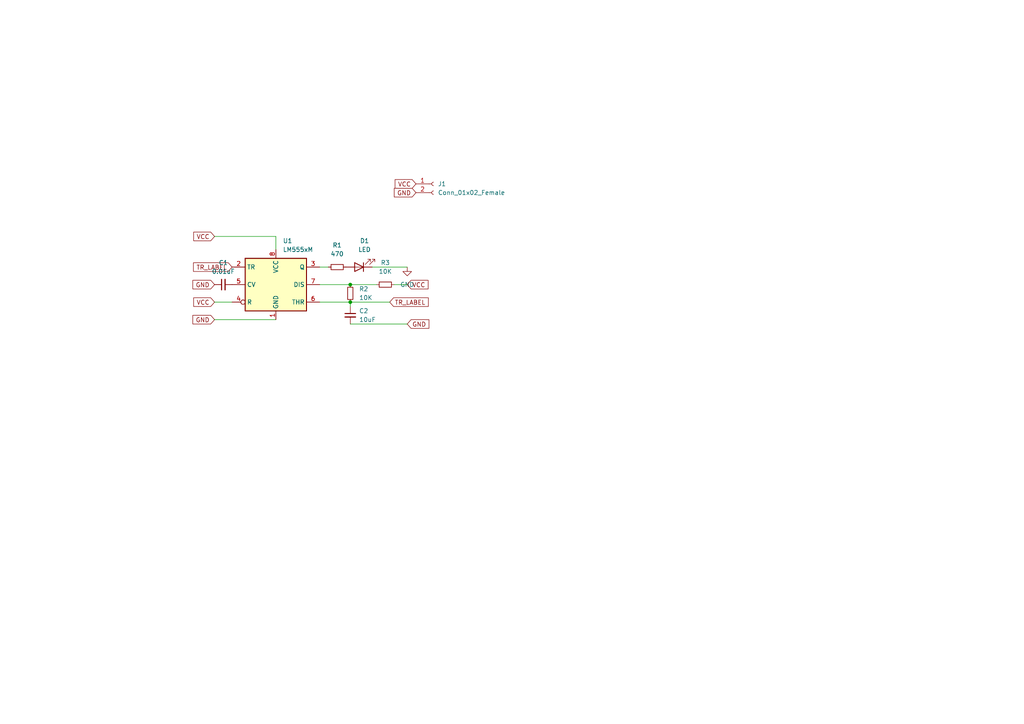
<source format=kicad_sch>
(kicad_sch (version 20211123) (generator eeschema)

  (uuid e63e39d7-6ac0-4ffd-8aa3-1841a4541b55)

  (paper "A4")

  (lib_symbols
    (symbol "Connector:Conn_01x02_Female" (pin_names (offset 1.016) hide) (in_bom yes) (on_board yes)
      (property "Reference" "J" (id 0) (at 0 2.54 0)
        (effects (font (size 1.27 1.27)))
      )
      (property "Value" "Conn_01x02_Female" (id 1) (at 0 -5.08 0)
        (effects (font (size 1.27 1.27)))
      )
      (property "Footprint" "" (id 2) (at 0 0 0)
        (effects (font (size 1.27 1.27)) hide)
      )
      (property "Datasheet" "~" (id 3) (at 0 0 0)
        (effects (font (size 1.27 1.27)) hide)
      )
      (property "ki_keywords" "connector" (id 4) (at 0 0 0)
        (effects (font (size 1.27 1.27)) hide)
      )
      (property "ki_description" "Generic connector, single row, 01x02, script generated (kicad-library-utils/schlib/autogen/connector/)" (id 5) (at 0 0 0)
        (effects (font (size 1.27 1.27)) hide)
      )
      (property "ki_fp_filters" "Connector*:*_1x??_*" (id 6) (at 0 0 0)
        (effects (font (size 1.27 1.27)) hide)
      )
      (symbol "Conn_01x02_Female_1_1"
        (arc (start 0 -2.032) (mid -0.508 -2.54) (end 0 -3.048)
          (stroke (width 0.1524) (type default) (color 0 0 0 0))
          (fill (type none))
        )
        (polyline
          (pts
            (xy -1.27 -2.54)
            (xy -0.508 -2.54)
          )
          (stroke (width 0.1524) (type default) (color 0 0 0 0))
          (fill (type none))
        )
        (polyline
          (pts
            (xy -1.27 0)
            (xy -0.508 0)
          )
          (stroke (width 0.1524) (type default) (color 0 0 0 0))
          (fill (type none))
        )
        (arc (start 0 0.508) (mid -0.508 0) (end 0 -0.508)
          (stroke (width 0.1524) (type default) (color 0 0 0 0))
          (fill (type none))
        )
        (pin passive line (at -5.08 0 0) (length 3.81)
          (name "Pin_1" (effects (font (size 1.27 1.27))))
          (number "1" (effects (font (size 1.27 1.27))))
        )
        (pin passive line (at -5.08 -2.54 0) (length 3.81)
          (name "Pin_2" (effects (font (size 1.27 1.27))))
          (number "2" (effects (font (size 1.27 1.27))))
        )
      )
    )
    (symbol "Device:C_Small" (pin_numbers hide) (pin_names (offset 0.254) hide) (in_bom yes) (on_board yes)
      (property "Reference" "C" (id 0) (at 0.254 1.778 0)
        (effects (font (size 1.27 1.27)) (justify left))
      )
      (property "Value" "C_Small" (id 1) (at 0.254 -2.032 0)
        (effects (font (size 1.27 1.27)) (justify left))
      )
      (property "Footprint" "" (id 2) (at 0 0 0)
        (effects (font (size 1.27 1.27)) hide)
      )
      (property "Datasheet" "~" (id 3) (at 0 0 0)
        (effects (font (size 1.27 1.27)) hide)
      )
      (property "ki_keywords" "capacitor cap" (id 4) (at 0 0 0)
        (effects (font (size 1.27 1.27)) hide)
      )
      (property "ki_description" "Unpolarized capacitor, small symbol" (id 5) (at 0 0 0)
        (effects (font (size 1.27 1.27)) hide)
      )
      (property "ki_fp_filters" "C_*" (id 6) (at 0 0 0)
        (effects (font (size 1.27 1.27)) hide)
      )
      (symbol "C_Small_0_1"
        (polyline
          (pts
            (xy -1.524 -0.508)
            (xy 1.524 -0.508)
          )
          (stroke (width 0.3302) (type default) (color 0 0 0 0))
          (fill (type none))
        )
        (polyline
          (pts
            (xy -1.524 0.508)
            (xy 1.524 0.508)
          )
          (stroke (width 0.3048) (type default) (color 0 0 0 0))
          (fill (type none))
        )
      )
      (symbol "C_Small_1_1"
        (pin passive line (at 0 2.54 270) (length 2.032)
          (name "~" (effects (font (size 1.27 1.27))))
          (number "1" (effects (font (size 1.27 1.27))))
        )
        (pin passive line (at 0 -2.54 90) (length 2.032)
          (name "~" (effects (font (size 1.27 1.27))))
          (number "2" (effects (font (size 1.27 1.27))))
        )
      )
    )
    (symbol "Device:LED" (pin_numbers hide) (pin_names (offset 1.016) hide) (in_bom yes) (on_board yes)
      (property "Reference" "D" (id 0) (at 0 2.54 0)
        (effects (font (size 1.27 1.27)))
      )
      (property "Value" "LED" (id 1) (at 0 -2.54 0)
        (effects (font (size 1.27 1.27)))
      )
      (property "Footprint" "" (id 2) (at 0 0 0)
        (effects (font (size 1.27 1.27)) hide)
      )
      (property "Datasheet" "~" (id 3) (at 0 0 0)
        (effects (font (size 1.27 1.27)) hide)
      )
      (property "ki_keywords" "LED diode" (id 4) (at 0 0 0)
        (effects (font (size 1.27 1.27)) hide)
      )
      (property "ki_description" "Light emitting diode" (id 5) (at 0 0 0)
        (effects (font (size 1.27 1.27)) hide)
      )
      (property "ki_fp_filters" "LED* LED_SMD:* LED_THT:*" (id 6) (at 0 0 0)
        (effects (font (size 1.27 1.27)) hide)
      )
      (symbol "LED_0_1"
        (polyline
          (pts
            (xy -1.27 -1.27)
            (xy -1.27 1.27)
          )
          (stroke (width 0.254) (type default) (color 0 0 0 0))
          (fill (type none))
        )
        (polyline
          (pts
            (xy -1.27 0)
            (xy 1.27 0)
          )
          (stroke (width 0) (type default) (color 0 0 0 0))
          (fill (type none))
        )
        (polyline
          (pts
            (xy 1.27 -1.27)
            (xy 1.27 1.27)
            (xy -1.27 0)
            (xy 1.27 -1.27)
          )
          (stroke (width 0.254) (type default) (color 0 0 0 0))
          (fill (type none))
        )
        (polyline
          (pts
            (xy -3.048 -0.762)
            (xy -4.572 -2.286)
            (xy -3.81 -2.286)
            (xy -4.572 -2.286)
            (xy -4.572 -1.524)
          )
          (stroke (width 0) (type default) (color 0 0 0 0))
          (fill (type none))
        )
        (polyline
          (pts
            (xy -1.778 -0.762)
            (xy -3.302 -2.286)
            (xy -2.54 -2.286)
            (xy -3.302 -2.286)
            (xy -3.302 -1.524)
          )
          (stroke (width 0) (type default) (color 0 0 0 0))
          (fill (type none))
        )
      )
      (symbol "LED_1_1"
        (pin passive line (at -3.81 0 0) (length 2.54)
          (name "K" (effects (font (size 1.27 1.27))))
          (number "1" (effects (font (size 1.27 1.27))))
        )
        (pin passive line (at 3.81 0 180) (length 2.54)
          (name "A" (effects (font (size 1.27 1.27))))
          (number "2" (effects (font (size 1.27 1.27))))
        )
      )
    )
    (symbol "Device:R_Small" (pin_numbers hide) (pin_names (offset 0.254) hide) (in_bom yes) (on_board yes)
      (property "Reference" "R" (id 0) (at 0.762 0.508 0)
        (effects (font (size 1.27 1.27)) (justify left))
      )
      (property "Value" "R_Small" (id 1) (at 0.762 -1.016 0)
        (effects (font (size 1.27 1.27)) (justify left))
      )
      (property "Footprint" "" (id 2) (at 0 0 0)
        (effects (font (size 1.27 1.27)) hide)
      )
      (property "Datasheet" "~" (id 3) (at 0 0 0)
        (effects (font (size 1.27 1.27)) hide)
      )
      (property "ki_keywords" "R resistor" (id 4) (at 0 0 0)
        (effects (font (size 1.27 1.27)) hide)
      )
      (property "ki_description" "Resistor, small symbol" (id 5) (at 0 0 0)
        (effects (font (size 1.27 1.27)) hide)
      )
      (property "ki_fp_filters" "R_*" (id 6) (at 0 0 0)
        (effects (font (size 1.27 1.27)) hide)
      )
      (symbol "R_Small_0_1"
        (rectangle (start -0.762 1.778) (end 0.762 -1.778)
          (stroke (width 0.2032) (type default) (color 0 0 0 0))
          (fill (type none))
        )
      )
      (symbol "R_Small_1_1"
        (pin passive line (at 0 2.54 270) (length 0.762)
          (name "~" (effects (font (size 1.27 1.27))))
          (number "1" (effects (font (size 1.27 1.27))))
        )
        (pin passive line (at 0 -2.54 90) (length 0.762)
          (name "~" (effects (font (size 1.27 1.27))))
          (number "2" (effects (font (size 1.27 1.27))))
        )
      )
    )
    (symbol "Timer:LM555xM" (in_bom yes) (on_board yes)
      (property "Reference" "U" (id 0) (at -10.16 8.89 0)
        (effects (font (size 1.27 1.27)) (justify left))
      )
      (property "Value" "LM555xM" (id 1) (at 2.54 8.89 0)
        (effects (font (size 1.27 1.27)) (justify left))
      )
      (property "Footprint" "Package_SO:SOIC-8_3.9x4.9mm_P1.27mm" (id 2) (at 21.59 -10.16 0)
        (effects (font (size 1.27 1.27)) hide)
      )
      (property "Datasheet" "http://www.ti.com/lit/ds/symlink/lm555.pdf" (id 3) (at 21.59 -10.16 0)
        (effects (font (size 1.27 1.27)) hide)
      )
      (property "ki_keywords" "single timer 555" (id 4) (at 0 0 0)
        (effects (font (size 1.27 1.27)) hide)
      )
      (property "ki_description" "Timer, 555 compatible, SOIC-8" (id 5) (at 0 0 0)
        (effects (font (size 1.27 1.27)) hide)
      )
      (property "ki_fp_filters" "SOIC*3.9x4.9mm*P1.27mm*" (id 6) (at 0 0 0)
        (effects (font (size 1.27 1.27)) hide)
      )
      (symbol "LM555xM_0_0"
        (pin power_in line (at 0 -10.16 90) (length 2.54)
          (name "GND" (effects (font (size 1.27 1.27))))
          (number "1" (effects (font (size 1.27 1.27))))
        )
        (pin power_in line (at 0 10.16 270) (length 2.54)
          (name "VCC" (effects (font (size 1.27 1.27))))
          (number "8" (effects (font (size 1.27 1.27))))
        )
      )
      (symbol "LM555xM_0_1"
        (rectangle (start -8.89 -7.62) (end 8.89 7.62)
          (stroke (width 0.254) (type default) (color 0 0 0 0))
          (fill (type background))
        )
        (rectangle (start -8.89 -7.62) (end 8.89 7.62)
          (stroke (width 0.254) (type default) (color 0 0 0 0))
          (fill (type background))
        )
      )
      (symbol "LM555xM_1_1"
        (pin input line (at -12.7 5.08 0) (length 3.81)
          (name "TR" (effects (font (size 1.27 1.27))))
          (number "2" (effects (font (size 1.27 1.27))))
        )
        (pin output line (at 12.7 5.08 180) (length 3.81)
          (name "Q" (effects (font (size 1.27 1.27))))
          (number "3" (effects (font (size 1.27 1.27))))
        )
        (pin input inverted (at -12.7 -5.08 0) (length 3.81)
          (name "R" (effects (font (size 1.27 1.27))))
          (number "4" (effects (font (size 1.27 1.27))))
        )
        (pin input line (at -12.7 0 0) (length 3.81)
          (name "CV" (effects (font (size 1.27 1.27))))
          (number "5" (effects (font (size 1.27 1.27))))
        )
        (pin input line (at 12.7 -5.08 180) (length 3.81)
          (name "THR" (effects (font (size 1.27 1.27))))
          (number "6" (effects (font (size 1.27 1.27))))
        )
        (pin input line (at 12.7 0 180) (length 3.81)
          (name "DIS" (effects (font (size 1.27 1.27))))
          (number "7" (effects (font (size 1.27 1.27))))
        )
      )
    )
    (symbol "power:GND" (power) (pin_names (offset 0)) (in_bom yes) (on_board yes)
      (property "Reference" "#PWR" (id 0) (at 0 -6.35 0)
        (effects (font (size 1.27 1.27)) hide)
      )
      (property "Value" "GND" (id 1) (at 0 -3.81 0)
        (effects (font (size 1.27 1.27)))
      )
      (property "Footprint" "" (id 2) (at 0 0 0)
        (effects (font (size 1.27 1.27)) hide)
      )
      (property "Datasheet" "" (id 3) (at 0 0 0)
        (effects (font (size 1.27 1.27)) hide)
      )
      (property "ki_keywords" "power-flag" (id 4) (at 0 0 0)
        (effects (font (size 1.27 1.27)) hide)
      )
      (property "ki_description" "Power symbol creates a global label with name \"GND\" , ground" (id 5) (at 0 0 0)
        (effects (font (size 1.27 1.27)) hide)
      )
      (symbol "GND_0_1"
        (polyline
          (pts
            (xy 0 0)
            (xy 0 -1.27)
            (xy 1.27 -1.27)
            (xy 0 -2.54)
            (xy -1.27 -1.27)
            (xy 0 -1.27)
          )
          (stroke (width 0) (type default) (color 0 0 0 0))
          (fill (type none))
        )
      )
      (symbol "GND_1_1"
        (pin power_in line (at 0 0 270) (length 0) hide
          (name "GND" (effects (font (size 1.27 1.27))))
          (number "1" (effects (font (size 1.27 1.27))))
        )
      )
    )
  )

  (junction (at 101.6 87.63) (diameter 0) (color 0 0 0 0)
    (uuid 9b617014-bc55-482a-ad35-bfe53d117d87)
  )
  (junction (at 101.6 82.55) (diameter 0) (color 0 0 0 0)
    (uuid b8351221-520c-45a9-a165-d15204e1cbac)
  )

  (wire (pts (xy 118.11 77.47) (xy 107.95 77.47))
    (stroke (width 0) (type default) (color 0 0 0 0))
    (uuid 064df87c-7dfc-4372-8859-b2017ff28ec9)
  )
  (wire (pts (xy 101.6 93.98) (xy 118.11 93.98))
    (stroke (width 0) (type default) (color 0 0 0 0))
    (uuid 0681f899-8567-4e0d-9dcb-c5871d3ddb1e)
  )
  (wire (pts (xy 101.6 87.63) (xy 101.6 88.9))
    (stroke (width 0) (type default) (color 0 0 0 0))
    (uuid 0f51b4bb-287f-4d18-9108-79cc421ad17e)
  )
  (wire (pts (xy 114.3 82.55) (xy 118.11 82.55))
    (stroke (width 0) (type default) (color 0 0 0 0))
    (uuid 16c9463e-9f1d-4395-b8ab-7f267b61583f)
  )
  (wire (pts (xy 92.71 87.63) (xy 101.6 87.63))
    (stroke (width 0) (type default) (color 0 0 0 0))
    (uuid 18037c1d-4a83-4de8-aabb-e04942610470)
  )
  (wire (pts (xy 80.01 92.71) (xy 62.23 92.71))
    (stroke (width 0) (type default) (color 0 0 0 0))
    (uuid 4b704ef1-fd5d-42ad-b064-02b7dfabe07a)
  )
  (wire (pts (xy 101.6 82.55) (xy 109.22 82.55))
    (stroke (width 0) (type default) (color 0 0 0 0))
    (uuid 5007e2f3-03a7-49d4-acdf-d7c75bfeb94f)
  )
  (wire (pts (xy 62.23 68.58) (xy 80.01 68.58))
    (stroke (width 0) (type default) (color 0 0 0 0))
    (uuid 5e67433d-fc31-405b-8a4c-04d0f1470ccf)
  )
  (wire (pts (xy 80.01 68.58) (xy 80.01 72.39))
    (stroke (width 0) (type default) (color 0 0 0 0))
    (uuid 832632eb-db76-4ff6-80b7-f6df4ade6208)
  )
  (wire (pts (xy 92.71 82.55) (xy 101.6 82.55))
    (stroke (width 0) (type default) (color 0 0 0 0))
    (uuid a4810410-b504-4c51-bcb1-420b8194d15e)
  )
  (wire (pts (xy 92.71 77.47) (xy 95.25 77.47))
    (stroke (width 0) (type default) (color 0 0 0 0))
    (uuid a519c67c-03f6-4472-9bdb-e475b85f9e25)
  )
  (wire (pts (xy 62.23 87.63) (xy 67.31 87.63))
    (stroke (width 0) (type default) (color 0 0 0 0))
    (uuid c8b7d562-c813-469f-b433-1d85281e4177)
  )
  (wire (pts (xy 101.6 87.63) (xy 113.03 87.63))
    (stroke (width 0) (type default) (color 0 0 0 0))
    (uuid f627c0c9-9551-4fde-bf0c-6729fc3da2ac)
  )

  (global_label "VCC" (shape input) (at 62.23 87.63 180) (fields_autoplaced)
    (effects (font (size 1.27 1.27)) (justify right))
    (uuid 168c99b0-e031-444f-846f-1c1f67deb275)
    (property "Intersheet References" "${INTERSHEET_REFS}" (id 0) (at 56.1883 87.5506 0)
      (effects (font (size 1.27 1.27)) (justify right) hide)
    )
  )
  (global_label "GND" (shape input) (at 118.11 93.98 0) (fields_autoplaced)
    (effects (font (size 1.27 1.27)) (justify left))
    (uuid 1c3ad2c4-3a3c-422f-a315-e7ec4ac5fef0)
    (property "Intersheet References" "${INTERSHEET_REFS}" (id 0) (at 124.3936 93.9006 0)
      (effects (font (size 1.27 1.27)) (justify left) hide)
    )
  )
  (global_label "GND" (shape input) (at 62.23 92.71 180) (fields_autoplaced)
    (effects (font (size 1.27 1.27)) (justify right))
    (uuid 1f2e3bb2-2111-4a63-8ef1-2fb3edc17ef1)
    (property "Intersheet References" "${INTERSHEET_REFS}" (id 0) (at 55.9464 92.7894 0)
      (effects (font (size 1.27 1.27)) (justify right) hide)
    )
  )
  (global_label "TR_LABEL" (shape input) (at 67.31 77.47 180) (fields_autoplaced)
    (effects (font (size 1.27 1.27)) (justify right))
    (uuid 2e2c3b86-f179-49dc-aa11-95627308a3bc)
    (property "Intersheet References" "${INTERSHEET_REFS}" (id 0) (at 56.1279 77.5494 0)
      (effects (font (size 1.27 1.27)) (justify right) hide)
    )
  )
  (global_label "GND" (shape input) (at 62.23 82.55 180) (fields_autoplaced)
    (effects (font (size 1.27 1.27)) (justify right))
    (uuid 3603ce7a-0f10-4abc-8359-dfe77c425e29)
    (property "Intersheet References" "${INTERSHEET_REFS}" (id 0) (at 55.9464 82.6294 0)
      (effects (font (size 1.27 1.27)) (justify right) hide)
    )
  )
  (global_label "VCC" (shape input) (at 62.23 68.58 180) (fields_autoplaced)
    (effects (font (size 1.27 1.27)) (justify right))
    (uuid 4edc8d72-6967-44e5-a2b6-20c80ebc75c2)
    (property "Intersheet References" "${INTERSHEET_REFS}" (id 0) (at 56.1883 68.5006 0)
      (effects (font (size 1.27 1.27)) (justify right) hide)
    )
  )
  (global_label "VCC" (shape input) (at 120.65 53.34 180) (fields_autoplaced)
    (effects (font (size 1.27 1.27)) (justify right))
    (uuid 8bf3a2a3-2ea5-460c-aebf-22c3e3cb1eb4)
    (property "Intersheet References" "${INTERSHEET_REFS}" (id 0) (at 114.6083 53.2606 0)
      (effects (font (size 1.27 1.27)) (justify right) hide)
    )
  )
  (global_label "TR_LABEL" (shape input) (at 113.03 87.63 0) (fields_autoplaced)
    (effects (font (size 1.27 1.27)) (justify left))
    (uuid 8c71d517-f584-4a82-84e2-947fab21d5da)
    (property "Intersheet References" "${INTERSHEET_REFS}" (id 0) (at 124.2121 87.5506 0)
      (effects (font (size 1.27 1.27)) (justify left) hide)
    )
  )
  (global_label "VCC" (shape input) (at 118.11 82.55 0) (fields_autoplaced)
    (effects (font (size 1.27 1.27)) (justify left))
    (uuid 8daad135-df7f-43fc-acfb-ff2c845475c1)
    (property "Intersheet References" "${INTERSHEET_REFS}" (id 0) (at 124.1517 82.6294 0)
      (effects (font (size 1.27 1.27)) (justify left) hide)
    )
  )
  (global_label "GND" (shape input) (at 120.65 55.88 180) (fields_autoplaced)
    (effects (font (size 1.27 1.27)) (justify right))
    (uuid 922de356-c4bd-42c2-890f-69db0a32d48c)
    (property "Intersheet References" "${INTERSHEET_REFS}" (id 0) (at 114.3664 55.9594 0)
      (effects (font (size 1.27 1.27)) (justify right) hide)
    )
  )

  (symbol (lib_id "power:GND") (at 118.11 77.47 0) (unit 1)
    (in_bom yes) (on_board yes) (fields_autoplaced)
    (uuid 00b7743a-cd31-4294-8821-40b142dc7665)
    (property "Reference" "#PWR01" (id 0) (at 118.11 83.82 0)
      (effects (font (size 1.27 1.27)) hide)
    )
    (property "Value" "GND" (id 1) (at 118.11 82.55 0))
    (property "Footprint" "" (id 2) (at 118.11 77.47 0)
      (effects (font (size 1.27 1.27)) hide)
    )
    (property "Datasheet" "" (id 3) (at 118.11 77.47 0)
      (effects (font (size 1.27 1.27)) hide)
    )
    (pin "1" (uuid 08c1e225-14c1-424b-8fcd-50f60b275d6e))
  )

  (symbol (lib_id "Connector:Conn_01x02_Female") (at 125.73 53.34 0) (unit 1)
    (in_bom yes) (on_board yes) (fields_autoplaced)
    (uuid 05c91ce0-e118-4506-bd8f-5156a9c3acea)
    (property "Reference" "J1" (id 0) (at 127 53.3399 0)
      (effects (font (size 1.27 1.27)) (justify left))
    )
    (property "Value" "Conn_01x02_Female" (id 1) (at 127 55.8799 0)
      (effects (font (size 1.27 1.27)) (justify left))
    )
    (property "Footprint" "Connector_PinHeader_1.00mm:PinHeader_1x02_P1.00mm_Horizontal" (id 2) (at 125.73 53.34 0)
      (effects (font (size 1.27 1.27)) hide)
    )
    (property "Datasheet" "~" (id 3) (at 125.73 53.34 0)
      (effects (font (size 1.27 1.27)) hide)
    )
    (pin "1" (uuid 8fb428a6-200e-4458-bbb0-e1fedcc501e5))
    (pin "2" (uuid 7e2dd1b7-aced-4bf5-bef7-dcc9931ca389))
  )

  (symbol (lib_id "Device:C_Small") (at 64.77 82.55 90) (unit 1)
    (in_bom yes) (on_board yes) (fields_autoplaced)
    (uuid 2bb8f17c-d2be-4db6-bf11-c49f866559c6)
    (property "Reference" "C1" (id 0) (at 64.7763 76.2 90))
    (property "Value" "0.01uF" (id 1) (at 64.7763 78.74 90))
    (property "Footprint" "Capacitor_SMD:C_0504_1310Metric_Pad0.83x1.28mm_HandSolder" (id 2) (at 64.77 82.55 0)
      (effects (font (size 1.27 1.27)) hide)
    )
    (property "Datasheet" "~" (id 3) (at 64.77 82.55 0)
      (effects (font (size 1.27 1.27)) hide)
    )
    (pin "1" (uuid 56725147-988d-4b03-961e-4054b84d565f))
    (pin "2" (uuid e13fef1c-a0ec-4ca3-8ec6-dfc4d3787a36))
  )

  (symbol (lib_id "Device:R_Small") (at 97.79 77.47 270) (unit 1)
    (in_bom yes) (on_board yes) (fields_autoplaced)
    (uuid 490817a9-8a3a-4dae-8218-68d4d944ab07)
    (property "Reference" "R1" (id 0) (at 97.79 71.12 90))
    (property "Value" "470" (id 1) (at 97.79 73.66 90))
    (property "Footprint" "Resistor_THT:R_Axial_DIN0204_L3.6mm_D1.6mm_P7.62mm_Horizontal" (id 2) (at 97.79 77.47 0)
      (effects (font (size 1.27 1.27)) hide)
    )
    (property "Datasheet" "~" (id 3) (at 97.79 77.47 0)
      (effects (font (size 1.27 1.27)) hide)
    )
    (pin "1" (uuid 6ae7de5c-eb75-42f4-ac7f-f9823a44b55a))
    (pin "2" (uuid ec198a9f-ebfb-4aaa-87ee-f575e57b7386))
  )

  (symbol (lib_id "Timer:LM555xM") (at 80.01 82.55 0) (unit 1)
    (in_bom yes) (on_board yes) (fields_autoplaced)
    (uuid 5487601b-81d3-4c70-8f3d-cf9df9c63302)
    (property "Reference" "U1" (id 0) (at 82.0294 69.85 0)
      (effects (font (size 1.27 1.27)) (justify left))
    )
    (property "Value" "LM555xM" (id 1) (at 82.0294 72.39 0)
      (effects (font (size 1.27 1.27)) (justify left))
    )
    (property "Footprint" "Package_SO:SOIC-8_3.9x4.9mm_P1.27mm" (id 2) (at 101.6 92.71 0)
      (effects (font (size 1.27 1.27)) hide)
    )
    (property "Datasheet" "http://www.ti.com/lit/ds/symlink/lm555.pdf" (id 3) (at 101.6 92.71 0)
      (effects (font (size 1.27 1.27)) hide)
    )
    (pin "1" (uuid 071522c0-d0ed-49b9-906e-6295f67fb0dc))
    (pin "8" (uuid 2846428d-39de-4eae-8ce2-64955d56c493))
    (pin "2" (uuid 4fa10683-33cd-4dcd-8acc-2415cd63c62a))
    (pin "3" (uuid 9cbf35b8-f4d3-42a3-bb16-04ffd03fd8fd))
    (pin "4" (uuid 8bc2c25a-a1f1-4ce8-b96a-a4f8f4c35079))
    (pin "5" (uuid b1ddb058-f7b2-429c-9489-f4e2242ad7e5))
    (pin "6" (uuid eee16674-2d21-45b6-ab5e-d669125df26c))
    (pin "7" (uuid f449bd37-cc90-4487-aee6-2a20b8d2843a))
  )

  (symbol (lib_id "Device:LED") (at 104.14 77.47 180) (unit 1)
    (in_bom yes) (on_board yes) (fields_autoplaced)
    (uuid 5732fe89-5269-4719-98b5-f2ef3f341659)
    (property "Reference" "D1" (id 0) (at 105.7275 69.85 0))
    (property "Value" "LED" (id 1) (at 105.7275 72.39 0))
    (property "Footprint" "LED_THT:LED_D1.8mm_W1.8mm_H2.4mm_Horizontal_O1.27mm_Z8.2mm" (id 2) (at 104.14 77.47 0)
      (effects (font (size 1.27 1.27)) hide)
    )
    (property "Datasheet" "~" (id 3) (at 104.14 77.47 0)
      (effects (font (size 1.27 1.27)) hide)
    )
    (pin "1" (uuid 3903491a-81fe-4388-bfed-3194999660b5))
    (pin "2" (uuid 8548e026-66af-4296-90e9-67eb8298e6f4))
  )

  (symbol (lib_id "Device:R_Small") (at 111.76 82.55 270) (unit 1)
    (in_bom yes) (on_board yes) (fields_autoplaced)
    (uuid 83dbcd9c-5eb8-4baa-9b24-14382c7bc431)
    (property "Reference" "R3" (id 0) (at 111.76 76.2 90))
    (property "Value" "10K" (id 1) (at 111.76 78.74 90))
    (property "Footprint" "Resistor_THT:R_Axial_DIN0204_L3.6mm_D1.6mm_P7.62mm_Horizontal" (id 2) (at 111.76 82.55 0)
      (effects (font (size 1.27 1.27)) hide)
    )
    (property "Datasheet" "~" (id 3) (at 111.76 82.55 0)
      (effects (font (size 1.27 1.27)) hide)
    )
    (pin "1" (uuid 8f140189-650d-4caa-b51b-f46c6ae70e94))
    (pin "2" (uuid 527ac992-6b07-4a8e-9572-287a7744848b))
  )

  (symbol (lib_id "Device:C_Small") (at 101.6 91.44 0) (unit 1)
    (in_bom yes) (on_board yes) (fields_autoplaced)
    (uuid cb316056-8909-486a-bf5b-649b06f9f1d8)
    (property "Reference" "C2" (id 0) (at 104.14 90.1762 0)
      (effects (font (size 1.27 1.27)) (justify left))
    )
    (property "Value" "10uF" (id 1) (at 104.14 92.7162 0)
      (effects (font (size 1.27 1.27)) (justify left))
    )
    (property "Footprint" "Capacitor_SMD:C_0504_1310Metric_Pad0.83x1.28mm_HandSolder" (id 2) (at 101.6 91.44 0)
      (effects (font (size 1.27 1.27)) hide)
    )
    (property "Datasheet" "~" (id 3) (at 101.6 91.44 0)
      (effects (font (size 1.27 1.27)) hide)
    )
    (pin "1" (uuid b9a867ad-70c3-403b-8dbc-e360f8d87bd9))
    (pin "2" (uuid e69c376f-0145-4dad-8d57-6f88c3b8a73e))
  )

  (symbol (lib_id "Device:R_Small") (at 101.6 85.09 0) (unit 1)
    (in_bom yes) (on_board yes) (fields_autoplaced)
    (uuid d8f7259d-0682-4c60-95f0-ad48cc844b79)
    (property "Reference" "R2" (id 0) (at 104.14 83.8199 0)
      (effects (font (size 1.27 1.27)) (justify left))
    )
    (property "Value" "10K" (id 1) (at 104.14 86.3599 0)
      (effects (font (size 1.27 1.27)) (justify left))
    )
    (property "Footprint" "Resistor_THT:R_Axial_DIN0204_L3.6mm_D1.6mm_P7.62mm_Horizontal" (id 2) (at 101.6 85.09 0)
      (effects (font (size 1.27 1.27)) hide)
    )
    (property "Datasheet" "~" (id 3) (at 101.6 85.09 0)
      (effects (font (size 1.27 1.27)) hide)
    )
    (pin "1" (uuid 45d251bd-4b8c-43e0-a1a3-865b3e4a5a83))
    (pin "2" (uuid 4d8a27f3-5994-4c02-859b-09c0a8d34a6d))
  )

  (sheet_instances
    (path "/" (page "1"))
  )

  (symbol_instances
    (path "/00b7743a-cd31-4294-8821-40b142dc7665"
      (reference "#PWR01") (unit 1) (value "GND") (footprint "")
    )
    (path "/2bb8f17c-d2be-4db6-bf11-c49f866559c6"
      (reference "C1") (unit 1) (value "0.01uF") (footprint "Capacitor_SMD:C_0504_1310Metric_Pad0.83x1.28mm_HandSolder")
    )
    (path "/cb316056-8909-486a-bf5b-649b06f9f1d8"
      (reference "C2") (unit 1) (value "10uF") (footprint "Capacitor_SMD:C_0504_1310Metric_Pad0.83x1.28mm_HandSolder")
    )
    (path "/5732fe89-5269-4719-98b5-f2ef3f341659"
      (reference "D1") (unit 1) (value "LED") (footprint "LED_THT:LED_D1.8mm_W1.8mm_H2.4mm_Horizontal_O1.27mm_Z8.2mm")
    )
    (path "/05c91ce0-e118-4506-bd8f-5156a9c3acea"
      (reference "J1") (unit 1) (value "Conn_01x02_Female") (footprint "Connector_PinHeader_1.00mm:PinHeader_1x02_P1.00mm_Horizontal")
    )
    (path "/490817a9-8a3a-4dae-8218-68d4d944ab07"
      (reference "R1") (unit 1) (value "470") (footprint "Resistor_THT:R_Axial_DIN0204_L3.6mm_D1.6mm_P7.62mm_Horizontal")
    )
    (path "/d8f7259d-0682-4c60-95f0-ad48cc844b79"
      (reference "R2") (unit 1) (value "10K") (footprint "Resistor_THT:R_Axial_DIN0204_L3.6mm_D1.6mm_P7.62mm_Horizontal")
    )
    (path "/83dbcd9c-5eb8-4baa-9b24-14382c7bc431"
      (reference "R3") (unit 1) (value "10K") (footprint "Resistor_THT:R_Axial_DIN0204_L3.6mm_D1.6mm_P7.62mm_Horizontal")
    )
    (path "/5487601b-81d3-4c70-8f3d-cf9df9c63302"
      (reference "U1") (unit 1) (value "LM555xM") (footprint "Package_SO:SOIC-8_3.9x4.9mm_P1.27mm")
    )
  )
)

</source>
